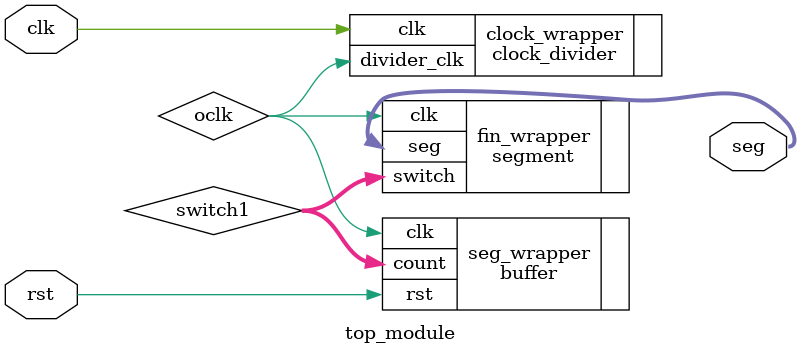
<source format=v>
`timescale 1ns / 1ps

// 
//////////////////////////////////////////////////////////////////////////////////


module top_module(input clk, input rst, output [6:0]seg

    );
    
    wire oclk;
    wire [3:0] switch1;
    clock_divider clock_wrapper( .clk(clk), .divider_clk(oclk) );
    buffer seg_wrapper( .clk(oclk), .rst(rst), .count(switch1) ) ;
    segment fin_wrapper( .switch(switch1), .clk(oclk), .seg(seg) );
endmodule

</source>
